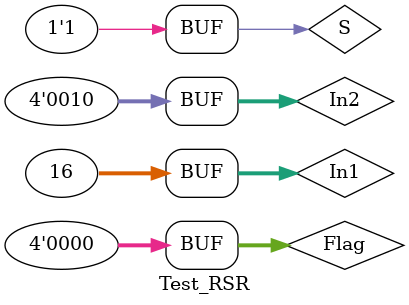
<source format=v>
module Test_RSR;	//[N, Z, C, V}]
reg [31:0] In1;
reg signed [3:0] In2;
reg S;
reg [3:0] Flag;
wire [31:0] Result;
wire [3:0] New_Flag;

initial
begin

In1=3; In2=1; Flag=4'b0000; S=1; 
#10 In1=1; In2=2; S=1; 
#10 In1=-6; In2=4; S=0;
#10 In1=32'b11111111111111111111111111111111; In2=9; S=1;
#10 In1=10; In2=10; S=1;
#10 In1=16; In2=2; S=1;
end
initial
begin
$monitor($time, " In1.=%b, In2.=%b, Result=%b, Flag=%b", In1, In2, Result, New_Flag);
end
RSR #(4) rsr(In1, In2, Result,Flag,S,New_Flag);

endmodule

//ADD add(In1, In2, Result,Flag,S,New_Flag);
</source>
